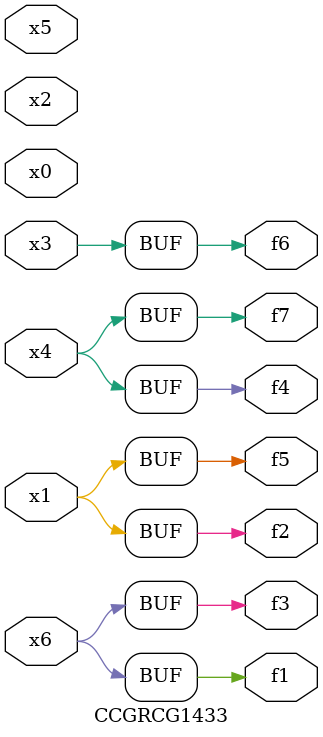
<source format=v>
module CCGRCG1433(
	input x0, x1, x2, x3, x4, x5, x6,
	output f1, f2, f3, f4, f5, f6, f7
);
	assign f1 = x6;
	assign f2 = x1;
	assign f3 = x6;
	assign f4 = x4;
	assign f5 = x1;
	assign f6 = x3;
	assign f7 = x4;
endmodule

</source>
